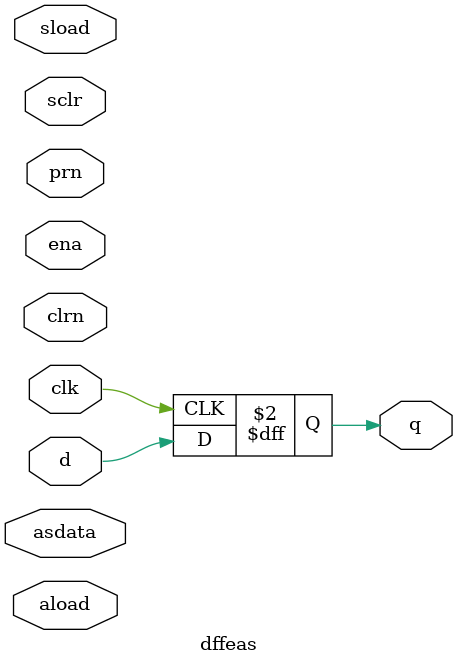
<source format=v>
/*
 *  yosys -- Yosys Open SYnthesis Suite
 *
 *  Copyright (C) 2012  Clifford Wolf <clifford@clifford.at>
 *
 *  Permission to use, copy, modify, and/or distribute this software for any
 *  purpose with or without fee is hereby granted, provided that the above
 *  copyright notice and this permission notice appear in all copies.
 *
 *  THE SOFTWARE IS PROVIDED "AS IS" AND THE AUTHOR DISCLAIMS ALL WARRANTIES
 *  WITH REGARD TO THIS SOFTWARE INCLUDING ALL IMPLIED WARRANTIES OF
 *  MERCHANTABILITY AND FITNESS. IN NO EVENT SHALL THE AUTHOR BE LIABLE FOR
 *  ANY SPECIAL, DIRECT, INDIRECT, OR CONSEQUENTIAL DAMAGES OR ANY DAMAGES
 *  WHATSOEVER RESULTING FROM LOSS OF USE, DATA OR PROFITS, WHETHER IN AN
 *  ACTION OF CONTRACT, NEGLIGENCE OR OTHER TORTIOUS ACTION, ARISING OUT OF
 *  OR IN CONNECTION WITH THE USE OR PERFORMANCE OF THIS SOFTWARE.
 *
 */

module VCC (output V);
   assign V = 1'b1;
endmodule // VCC

module GND (output G);
   assign G = 1'b0;
endmodule // GND

/* Altera MAX10 devices Input Buffer Primitive */
module fiftyfivenm_io_ibuf (output o, input i, input ibar);
   assign ibar = ibar;
   assign o    = i;
endmodule // fiftyfivenm_io_ibuf

/* Altera MAX10 devices Output Buffer Primitive */
module fiftyfivenm_io_obuf (output o, input i, input oe);
   assign o  = i;
   assign oe = oe;
endmodule // fiftyfivenm_io_obuf

/* Altera MAX10 4-input non-fracturable LUT Primitive */
module fiftyfivenm_lcell_comb (output combout, cout,
                               input  dataa, datab, datac, datad, cin);

/* Internal parameters which define the behaviour
   of the LUT primitive.
   lut_mask define the lut function, can be expressed in 16-digit bin or hex.
   sum_lutc_input define the type of LUT (combinational | arithmetic).
   dont_touch for retiming || carry options.
   lpm_type for WYSIWYG */

parameter lut_mask = 16'hFFFF;
parameter dont_touch = "off";
parameter lpm_type = "fiftyfivenm_lcell_comb";
parameter sum_lutc_input = "datac";

reg [1:0] lut_type;
reg cout_rt;
reg combout_rt;
wire dataa_w;
wire datab_w;
wire datac_w;
wire datad_w;
wire cin_w;

assign dataa_w = dataa;
assign datab_w = datab;
assign datac_w = datac;
assign datad_w = datad;

function lut_data;
input [15:0] mask;
input        dataa, datab, datac, datad;
reg [7:0]   s3;
reg [3:0]   s2;
reg [1:0]   s1;
  begin
       s3 = datad ? mask[15:8] : mask[7:0];
       s2 = datac ?   s3[7:4]  :   s3[3:0];
       s1 = datab ?   s2[3:2]  :   s2[1:0];
       lut_data = dataa ? s1[1] : s1[0];
  end

endfunction

initial begin
    if (sum_lutc_input == "datac") lut_type = 0;
    else
    if (sum_lutc_input == "cin")   lut_type = 1;
    else begin
      $error("Error in sum_lutc_input. Parameter %s is not a valid value.\n", sum_lutc_input);
      $finish();
    end
end

always @(dataa_w or datab_w or datac_w or datad_w or cin_w) begin
    if (lut_type == 0) begin // logic function
        combout_rt = lut_data(lut_mask, dataa_w, datab_w,
                            datac_w, datad_w);
    end
    else if (lut_type == 1) begin // arithmetic function
        combout_rt = lut_data(lut_mask, dataa_w, datab_w,
                            cin_w, datad_w);
    end
    cout_rt = lut_data(lut_mask, dataa_w, datab_w, cin_w, 'b0);
end

assign combout = combout_rt & 1'b1;
assign cout = cout_rt & 1'b1;

endmodule // fiftyfivenm_lcell_comb

/* Altera MAX10 D Flip-Flop Primitive */
// TODO: Implement advanced simulation functions
module dffeas ( output q,
                input d, clk, clrn, prn, ena,
		input asdata, aload, sclr, sload );

parameter power_up="dontcare";
parameter is_wysiwyg="false";
  reg q;

  always @(posedge clk)
    q <= d;

endmodule




</source>
